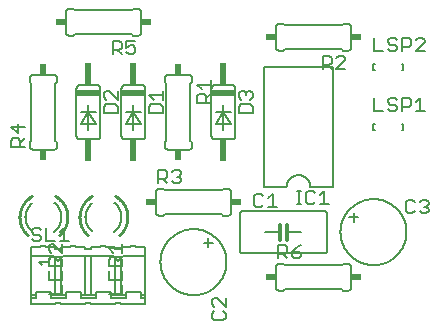
<source format=gbr>
G75*
%MOIN*%
%OFA0B0*%
%FSLAX25Y25*%
%IPPOS*%
%LPD*%
%AMOC8*
5,1,8,0,0,1.08239X$1,22.5*
%
%ADD10C,0.01200*%
%ADD11C,0.00600*%
%ADD12C,0.00500*%
%ADD13R,0.08000X0.02000*%
%ADD14R,0.02000X0.07500*%
%ADD15C,0.01000*%
%ADD16R,0.02400X0.03400*%
%ADD17R,0.03400X0.02400*%
D10*
X0092467Y0032580D02*
X0092467Y0035080D01*
X0092467Y0037580D01*
X0094967Y0037580D02*
X0094967Y0035080D01*
X0094967Y0032580D01*
D11*
X0009667Y0013080D02*
X0009667Y0011080D01*
X0017667Y0011080D01*
X0017667Y0011580D01*
X0019667Y0011580D01*
X0019667Y0011080D01*
X0027667Y0011080D01*
X0027667Y0011580D01*
X0029667Y0011580D01*
X0029667Y0011080D01*
X0037667Y0011080D01*
X0037667Y0011580D01*
X0039667Y0011580D01*
X0039667Y0011080D01*
X0047667Y0011080D01*
X0047667Y0013080D01*
X0047667Y0014080D01*
X0046167Y0014080D01*
X0046167Y0015080D01*
X0041167Y0015080D01*
X0041167Y0014080D01*
X0039667Y0014080D01*
X0039667Y0026580D01*
X0040167Y0027080D02*
X0038667Y0025580D01*
X0037667Y0026580D01*
X0037167Y0027080D01*
X0029667Y0027080D01*
X0029667Y0014080D01*
X0031167Y0014080D01*
X0031167Y0015080D01*
X0036167Y0015080D01*
X0036167Y0014080D01*
X0037667Y0014080D01*
X0037667Y0026580D01*
X0040167Y0027080D02*
X0047667Y0027080D01*
X0047667Y0030080D01*
X0044667Y0030080D01*
X0044667Y0030580D01*
X0042667Y0030580D01*
X0042667Y0030080D01*
X0039667Y0030080D01*
X0039667Y0029580D01*
X0037667Y0029580D01*
X0037667Y0030080D01*
X0034667Y0030080D01*
X0034667Y0030580D01*
X0032667Y0030580D01*
X0032667Y0030080D01*
X0029667Y0030080D01*
X0029667Y0029580D01*
X0027667Y0029580D01*
X0027667Y0030080D01*
X0024667Y0030080D01*
X0024667Y0030580D01*
X0022667Y0030580D01*
X0022667Y0030080D01*
X0019667Y0030080D01*
X0019667Y0029580D01*
X0017667Y0029580D01*
X0017667Y0030080D01*
X0014667Y0030080D01*
X0014667Y0030580D01*
X0012667Y0030580D01*
X0012667Y0030080D01*
X0009667Y0030080D01*
X0009667Y0027080D01*
X0017167Y0027080D01*
X0017667Y0026580D01*
X0017667Y0014080D01*
X0019667Y0014080D01*
X0019667Y0026580D01*
X0020167Y0027080D01*
X0027667Y0027080D01*
X0027667Y0014080D01*
X0029667Y0014080D01*
X0031167Y0014080D02*
X0031167Y0013080D01*
X0026167Y0013080D01*
X0026167Y0014080D01*
X0027667Y0014080D01*
X0026167Y0014080D02*
X0026167Y0015080D01*
X0021167Y0015080D01*
X0021167Y0014080D01*
X0019667Y0014080D01*
X0021167Y0014080D02*
X0021167Y0013080D01*
X0016167Y0013080D01*
X0016167Y0014080D01*
X0017667Y0014080D01*
X0016167Y0014080D02*
X0016167Y0015080D01*
X0011167Y0015080D01*
X0011167Y0014080D01*
X0009667Y0014080D01*
X0009667Y0013080D01*
X0011167Y0013080D01*
X0011167Y0014080D01*
X0009667Y0014080D02*
X0009667Y0027080D01*
X0017667Y0026580D02*
X0018667Y0025580D01*
X0019667Y0026580D01*
X0027667Y0027080D02*
X0029667Y0027080D01*
X0027667Y0040079D02*
X0027669Y0040231D01*
X0027675Y0040382D01*
X0027684Y0040533D01*
X0027698Y0040685D01*
X0027715Y0040835D01*
X0027736Y0040985D01*
X0027761Y0041135D01*
X0027789Y0041284D01*
X0027822Y0041432D01*
X0027858Y0041579D01*
X0027897Y0041726D01*
X0027941Y0041871D01*
X0027988Y0042015D01*
X0028039Y0042158D01*
X0028093Y0042299D01*
X0028151Y0042440D01*
X0028212Y0042578D01*
X0028277Y0042715D01*
X0028346Y0042851D01*
X0028417Y0042984D01*
X0028492Y0043116D01*
X0028571Y0043246D01*
X0028652Y0043373D01*
X0028737Y0043499D01*
X0028825Y0043623D01*
X0028916Y0043744D01*
X0029010Y0043863D01*
X0029108Y0043979D01*
X0029208Y0044093D01*
X0029310Y0044205D01*
X0029416Y0044313D01*
X0029524Y0044419D01*
X0029635Y0044523D01*
X0029749Y0044623D01*
X0029865Y0044721D01*
X0029984Y0044815D01*
X0039667Y0040080D02*
X0039665Y0039926D01*
X0039659Y0039772D01*
X0039649Y0039618D01*
X0039635Y0039464D01*
X0039618Y0039311D01*
X0039596Y0039159D01*
X0039570Y0039007D01*
X0039541Y0038855D01*
X0039507Y0038705D01*
X0039470Y0038555D01*
X0039429Y0038407D01*
X0039384Y0038259D01*
X0039335Y0038113D01*
X0039283Y0037968D01*
X0039227Y0037825D01*
X0039167Y0037682D01*
X0039104Y0037542D01*
X0039037Y0037403D01*
X0038966Y0037266D01*
X0038892Y0037131D01*
X0038815Y0036998D01*
X0038734Y0036866D01*
X0038650Y0036737D01*
X0038562Y0036610D01*
X0038471Y0036486D01*
X0038378Y0036364D01*
X0038280Y0036244D01*
X0038180Y0036127D01*
X0038077Y0036012D01*
X0037971Y0035900D01*
X0037863Y0035791D01*
X0037751Y0035685D01*
X0037637Y0035581D01*
X0037520Y0035481D01*
X0037401Y0035383D01*
X0037279Y0035289D01*
X0037154Y0035198D01*
X0039667Y0040080D02*
X0039665Y0040230D01*
X0039659Y0040381D01*
X0039650Y0040531D01*
X0039637Y0040680D01*
X0039620Y0040830D01*
X0039599Y0040979D01*
X0039575Y0041127D01*
X0039547Y0041275D01*
X0039515Y0041422D01*
X0039480Y0041568D01*
X0039440Y0041713D01*
X0039398Y0041857D01*
X0039351Y0042000D01*
X0039301Y0042142D01*
X0039248Y0042283D01*
X0039191Y0042422D01*
X0039131Y0042560D01*
X0039067Y0042696D01*
X0039000Y0042830D01*
X0038929Y0042963D01*
X0038855Y0043094D01*
X0038778Y0043223D01*
X0038697Y0043350D01*
X0038614Y0043475D01*
X0038527Y0043598D01*
X0038438Y0043719D01*
X0038345Y0043837D01*
X0038249Y0043953D01*
X0038151Y0044067D01*
X0038050Y0044178D01*
X0037945Y0044287D01*
X0037839Y0044392D01*
X0037729Y0044496D01*
X0037617Y0044596D01*
X0037503Y0044694D01*
X0037386Y0044788D01*
X0037267Y0044880D01*
X0027667Y0040080D02*
X0027669Y0039928D01*
X0027675Y0039777D01*
X0027684Y0039626D01*
X0027698Y0039474D01*
X0027715Y0039324D01*
X0027736Y0039174D01*
X0027761Y0039024D01*
X0027789Y0038875D01*
X0027822Y0038727D01*
X0027858Y0038580D01*
X0027897Y0038433D01*
X0027941Y0038288D01*
X0027988Y0038144D01*
X0028039Y0038001D01*
X0028093Y0037860D01*
X0028151Y0037719D01*
X0028212Y0037581D01*
X0028277Y0037444D01*
X0028346Y0037308D01*
X0028417Y0037175D01*
X0028492Y0037043D01*
X0028571Y0036913D01*
X0028652Y0036786D01*
X0028737Y0036660D01*
X0028825Y0036536D01*
X0028916Y0036415D01*
X0029010Y0036296D01*
X0029108Y0036180D01*
X0029208Y0036066D01*
X0029310Y0035954D01*
X0029416Y0035846D01*
X0029524Y0035740D01*
X0029635Y0035636D01*
X0029749Y0035536D01*
X0029865Y0035438D01*
X0029984Y0035344D01*
X0009984Y0044815D02*
X0009865Y0044721D01*
X0009749Y0044623D01*
X0009635Y0044523D01*
X0009524Y0044419D01*
X0009416Y0044313D01*
X0009310Y0044205D01*
X0009208Y0044093D01*
X0009108Y0043979D01*
X0009010Y0043863D01*
X0008916Y0043744D01*
X0008825Y0043623D01*
X0008737Y0043499D01*
X0008652Y0043373D01*
X0008571Y0043246D01*
X0008492Y0043116D01*
X0008417Y0042984D01*
X0008346Y0042851D01*
X0008277Y0042715D01*
X0008212Y0042578D01*
X0008151Y0042440D01*
X0008093Y0042299D01*
X0008039Y0042158D01*
X0007988Y0042015D01*
X0007941Y0041871D01*
X0007897Y0041726D01*
X0007858Y0041579D01*
X0007822Y0041432D01*
X0007789Y0041284D01*
X0007761Y0041135D01*
X0007736Y0040985D01*
X0007715Y0040835D01*
X0007698Y0040685D01*
X0007684Y0040533D01*
X0007675Y0040382D01*
X0007669Y0040231D01*
X0007667Y0040079D01*
X0017267Y0044880D02*
X0017386Y0044788D01*
X0017503Y0044694D01*
X0017617Y0044596D01*
X0017729Y0044496D01*
X0017839Y0044392D01*
X0017945Y0044287D01*
X0018050Y0044178D01*
X0018151Y0044067D01*
X0018249Y0043953D01*
X0018345Y0043837D01*
X0018438Y0043719D01*
X0018527Y0043598D01*
X0018614Y0043475D01*
X0018697Y0043350D01*
X0018778Y0043223D01*
X0018855Y0043094D01*
X0018929Y0042963D01*
X0019000Y0042830D01*
X0019067Y0042696D01*
X0019131Y0042560D01*
X0019191Y0042422D01*
X0019248Y0042283D01*
X0019301Y0042142D01*
X0019351Y0042000D01*
X0019398Y0041857D01*
X0019440Y0041713D01*
X0019480Y0041568D01*
X0019515Y0041422D01*
X0019547Y0041275D01*
X0019575Y0041127D01*
X0019599Y0040979D01*
X0019620Y0040830D01*
X0019637Y0040680D01*
X0019650Y0040531D01*
X0019659Y0040381D01*
X0019665Y0040230D01*
X0019667Y0040080D01*
X0009984Y0035344D02*
X0009865Y0035438D01*
X0009749Y0035536D01*
X0009635Y0035636D01*
X0009524Y0035740D01*
X0009416Y0035846D01*
X0009310Y0035954D01*
X0009208Y0036066D01*
X0009108Y0036180D01*
X0009010Y0036296D01*
X0008916Y0036415D01*
X0008825Y0036536D01*
X0008737Y0036660D01*
X0008652Y0036786D01*
X0008571Y0036913D01*
X0008492Y0037043D01*
X0008417Y0037175D01*
X0008346Y0037308D01*
X0008277Y0037444D01*
X0008212Y0037581D01*
X0008151Y0037719D01*
X0008093Y0037860D01*
X0008039Y0038001D01*
X0007988Y0038144D01*
X0007941Y0038288D01*
X0007897Y0038433D01*
X0007858Y0038580D01*
X0007822Y0038727D01*
X0007789Y0038875D01*
X0007761Y0039024D01*
X0007736Y0039174D01*
X0007715Y0039324D01*
X0007698Y0039474D01*
X0007684Y0039626D01*
X0007675Y0039777D01*
X0007669Y0039928D01*
X0007667Y0040080D01*
X0017154Y0035198D02*
X0017279Y0035289D01*
X0017401Y0035383D01*
X0017520Y0035481D01*
X0017637Y0035581D01*
X0017751Y0035685D01*
X0017863Y0035791D01*
X0017971Y0035900D01*
X0018077Y0036012D01*
X0018180Y0036127D01*
X0018280Y0036244D01*
X0018378Y0036364D01*
X0018471Y0036486D01*
X0018562Y0036610D01*
X0018650Y0036737D01*
X0018734Y0036866D01*
X0018815Y0036998D01*
X0018892Y0037131D01*
X0018966Y0037266D01*
X0019037Y0037403D01*
X0019104Y0037542D01*
X0019167Y0037682D01*
X0019227Y0037825D01*
X0019283Y0037968D01*
X0019335Y0038113D01*
X0019384Y0038259D01*
X0019429Y0038407D01*
X0019470Y0038555D01*
X0019507Y0038705D01*
X0019541Y0038855D01*
X0019570Y0039007D01*
X0019596Y0039159D01*
X0019618Y0039311D01*
X0019635Y0039464D01*
X0019649Y0039618D01*
X0019659Y0039772D01*
X0019665Y0039926D01*
X0019667Y0040080D01*
X0047667Y0027080D02*
X0047667Y0014080D01*
X0047667Y0013080D02*
X0046167Y0013080D01*
X0046167Y0014080D01*
X0041167Y0014080D02*
X0041167Y0013080D01*
X0036167Y0013080D01*
X0036167Y0014080D01*
X0037667Y0014080D02*
X0039667Y0014080D01*
X0052667Y0025080D02*
X0052670Y0025350D01*
X0052680Y0025620D01*
X0052697Y0025889D01*
X0052720Y0026158D01*
X0052750Y0026427D01*
X0052786Y0026694D01*
X0052829Y0026961D01*
X0052878Y0027226D01*
X0052934Y0027490D01*
X0052997Y0027753D01*
X0053065Y0028014D01*
X0053141Y0028273D01*
X0053222Y0028530D01*
X0053310Y0028786D01*
X0053404Y0029039D01*
X0053504Y0029290D01*
X0053611Y0029538D01*
X0053723Y0029783D01*
X0053842Y0030026D01*
X0053966Y0030265D01*
X0054096Y0030502D01*
X0054232Y0030735D01*
X0054374Y0030965D01*
X0054521Y0031191D01*
X0054674Y0031414D01*
X0054832Y0031633D01*
X0054995Y0031848D01*
X0055164Y0032058D01*
X0055338Y0032265D01*
X0055517Y0032467D01*
X0055700Y0032665D01*
X0055889Y0032858D01*
X0056082Y0033047D01*
X0056280Y0033230D01*
X0056482Y0033409D01*
X0056689Y0033583D01*
X0056899Y0033752D01*
X0057114Y0033915D01*
X0057333Y0034073D01*
X0057556Y0034226D01*
X0057782Y0034373D01*
X0058012Y0034515D01*
X0058245Y0034651D01*
X0058482Y0034781D01*
X0058721Y0034905D01*
X0058964Y0035024D01*
X0059209Y0035136D01*
X0059457Y0035243D01*
X0059708Y0035343D01*
X0059961Y0035437D01*
X0060217Y0035525D01*
X0060474Y0035606D01*
X0060733Y0035682D01*
X0060994Y0035750D01*
X0061257Y0035813D01*
X0061521Y0035869D01*
X0061786Y0035918D01*
X0062053Y0035961D01*
X0062320Y0035997D01*
X0062589Y0036027D01*
X0062858Y0036050D01*
X0063127Y0036067D01*
X0063397Y0036077D01*
X0063667Y0036080D01*
X0063937Y0036077D01*
X0064207Y0036067D01*
X0064476Y0036050D01*
X0064745Y0036027D01*
X0065014Y0035997D01*
X0065281Y0035961D01*
X0065548Y0035918D01*
X0065813Y0035869D01*
X0066077Y0035813D01*
X0066340Y0035750D01*
X0066601Y0035682D01*
X0066860Y0035606D01*
X0067117Y0035525D01*
X0067373Y0035437D01*
X0067626Y0035343D01*
X0067877Y0035243D01*
X0068125Y0035136D01*
X0068370Y0035024D01*
X0068613Y0034905D01*
X0068852Y0034781D01*
X0069089Y0034651D01*
X0069322Y0034515D01*
X0069552Y0034373D01*
X0069778Y0034226D01*
X0070001Y0034073D01*
X0070220Y0033915D01*
X0070435Y0033752D01*
X0070645Y0033583D01*
X0070852Y0033409D01*
X0071054Y0033230D01*
X0071252Y0033047D01*
X0071445Y0032858D01*
X0071634Y0032665D01*
X0071817Y0032467D01*
X0071996Y0032265D01*
X0072170Y0032058D01*
X0072339Y0031848D01*
X0072502Y0031633D01*
X0072660Y0031414D01*
X0072813Y0031191D01*
X0072960Y0030965D01*
X0073102Y0030735D01*
X0073238Y0030502D01*
X0073368Y0030265D01*
X0073492Y0030026D01*
X0073611Y0029783D01*
X0073723Y0029538D01*
X0073830Y0029290D01*
X0073930Y0029039D01*
X0074024Y0028786D01*
X0074112Y0028530D01*
X0074193Y0028273D01*
X0074269Y0028014D01*
X0074337Y0027753D01*
X0074400Y0027490D01*
X0074456Y0027226D01*
X0074505Y0026961D01*
X0074548Y0026694D01*
X0074584Y0026427D01*
X0074614Y0026158D01*
X0074637Y0025889D01*
X0074654Y0025620D01*
X0074664Y0025350D01*
X0074667Y0025080D01*
X0074664Y0024810D01*
X0074654Y0024540D01*
X0074637Y0024271D01*
X0074614Y0024002D01*
X0074584Y0023733D01*
X0074548Y0023466D01*
X0074505Y0023199D01*
X0074456Y0022934D01*
X0074400Y0022670D01*
X0074337Y0022407D01*
X0074269Y0022146D01*
X0074193Y0021887D01*
X0074112Y0021630D01*
X0074024Y0021374D01*
X0073930Y0021121D01*
X0073830Y0020870D01*
X0073723Y0020622D01*
X0073611Y0020377D01*
X0073492Y0020134D01*
X0073368Y0019895D01*
X0073238Y0019658D01*
X0073102Y0019425D01*
X0072960Y0019195D01*
X0072813Y0018969D01*
X0072660Y0018746D01*
X0072502Y0018527D01*
X0072339Y0018312D01*
X0072170Y0018102D01*
X0071996Y0017895D01*
X0071817Y0017693D01*
X0071634Y0017495D01*
X0071445Y0017302D01*
X0071252Y0017113D01*
X0071054Y0016930D01*
X0070852Y0016751D01*
X0070645Y0016577D01*
X0070435Y0016408D01*
X0070220Y0016245D01*
X0070001Y0016087D01*
X0069778Y0015934D01*
X0069552Y0015787D01*
X0069322Y0015645D01*
X0069089Y0015509D01*
X0068852Y0015379D01*
X0068613Y0015255D01*
X0068370Y0015136D01*
X0068125Y0015024D01*
X0067877Y0014917D01*
X0067626Y0014817D01*
X0067373Y0014723D01*
X0067117Y0014635D01*
X0066860Y0014554D01*
X0066601Y0014478D01*
X0066340Y0014410D01*
X0066077Y0014347D01*
X0065813Y0014291D01*
X0065548Y0014242D01*
X0065281Y0014199D01*
X0065014Y0014163D01*
X0064745Y0014133D01*
X0064476Y0014110D01*
X0064207Y0014093D01*
X0063937Y0014083D01*
X0063667Y0014080D01*
X0063397Y0014083D01*
X0063127Y0014093D01*
X0062858Y0014110D01*
X0062589Y0014133D01*
X0062320Y0014163D01*
X0062053Y0014199D01*
X0061786Y0014242D01*
X0061521Y0014291D01*
X0061257Y0014347D01*
X0060994Y0014410D01*
X0060733Y0014478D01*
X0060474Y0014554D01*
X0060217Y0014635D01*
X0059961Y0014723D01*
X0059708Y0014817D01*
X0059457Y0014917D01*
X0059209Y0015024D01*
X0058964Y0015136D01*
X0058721Y0015255D01*
X0058482Y0015379D01*
X0058245Y0015509D01*
X0058012Y0015645D01*
X0057782Y0015787D01*
X0057556Y0015934D01*
X0057333Y0016087D01*
X0057114Y0016245D01*
X0056899Y0016408D01*
X0056689Y0016577D01*
X0056482Y0016751D01*
X0056280Y0016930D01*
X0056082Y0017113D01*
X0055889Y0017302D01*
X0055700Y0017495D01*
X0055517Y0017693D01*
X0055338Y0017895D01*
X0055164Y0018102D01*
X0054995Y0018312D01*
X0054832Y0018527D01*
X0054674Y0018746D01*
X0054521Y0018969D01*
X0054374Y0019195D01*
X0054232Y0019425D01*
X0054096Y0019658D01*
X0053966Y0019895D01*
X0053842Y0020134D01*
X0053723Y0020377D01*
X0053611Y0020622D01*
X0053504Y0020870D01*
X0053404Y0021121D01*
X0053310Y0021374D01*
X0053222Y0021630D01*
X0053141Y0021887D01*
X0053065Y0022146D01*
X0052997Y0022407D01*
X0052934Y0022670D01*
X0052878Y0022934D01*
X0052829Y0023199D01*
X0052786Y0023466D01*
X0052750Y0023733D01*
X0052720Y0024002D01*
X0052697Y0024271D01*
X0052680Y0024540D01*
X0052670Y0024810D01*
X0052667Y0025080D01*
X0067167Y0031580D02*
X0068667Y0031580D01*
X0070167Y0031580D01*
X0068667Y0031580D02*
X0068667Y0033080D01*
X0068667Y0031580D02*
X0068667Y0030080D01*
X0079167Y0029080D02*
X0079167Y0041080D01*
X0079169Y0041140D01*
X0079174Y0041201D01*
X0079183Y0041260D01*
X0079196Y0041319D01*
X0079212Y0041378D01*
X0079232Y0041435D01*
X0079255Y0041490D01*
X0079282Y0041545D01*
X0079311Y0041597D01*
X0079344Y0041648D01*
X0079380Y0041697D01*
X0079418Y0041743D01*
X0079460Y0041787D01*
X0079504Y0041829D01*
X0079550Y0041867D01*
X0079599Y0041903D01*
X0079650Y0041936D01*
X0079702Y0041965D01*
X0079757Y0041992D01*
X0079812Y0042015D01*
X0079869Y0042035D01*
X0079928Y0042051D01*
X0079987Y0042064D01*
X0080046Y0042073D01*
X0080107Y0042078D01*
X0080167Y0042080D01*
X0107167Y0042080D01*
X0107227Y0042078D01*
X0107288Y0042073D01*
X0107347Y0042064D01*
X0107406Y0042051D01*
X0107465Y0042035D01*
X0107522Y0042015D01*
X0107577Y0041992D01*
X0107632Y0041965D01*
X0107684Y0041936D01*
X0107735Y0041903D01*
X0107784Y0041867D01*
X0107830Y0041829D01*
X0107874Y0041787D01*
X0107916Y0041743D01*
X0107954Y0041697D01*
X0107990Y0041648D01*
X0108023Y0041597D01*
X0108052Y0041545D01*
X0108079Y0041490D01*
X0108102Y0041435D01*
X0108122Y0041378D01*
X0108138Y0041319D01*
X0108151Y0041260D01*
X0108160Y0041201D01*
X0108165Y0041140D01*
X0108167Y0041080D01*
X0108167Y0029080D01*
X0108165Y0029020D01*
X0108160Y0028959D01*
X0108151Y0028900D01*
X0108138Y0028841D01*
X0108122Y0028782D01*
X0108102Y0028725D01*
X0108079Y0028670D01*
X0108052Y0028615D01*
X0108023Y0028563D01*
X0107990Y0028512D01*
X0107954Y0028463D01*
X0107916Y0028417D01*
X0107874Y0028373D01*
X0107830Y0028331D01*
X0107784Y0028293D01*
X0107735Y0028257D01*
X0107684Y0028224D01*
X0107632Y0028195D01*
X0107577Y0028168D01*
X0107522Y0028145D01*
X0107465Y0028125D01*
X0107406Y0028109D01*
X0107347Y0028096D01*
X0107288Y0028087D01*
X0107227Y0028082D01*
X0107167Y0028080D01*
X0080167Y0028080D01*
X0080107Y0028082D01*
X0080046Y0028087D01*
X0079987Y0028096D01*
X0079928Y0028109D01*
X0079869Y0028125D01*
X0079812Y0028145D01*
X0079757Y0028168D01*
X0079702Y0028195D01*
X0079650Y0028224D01*
X0079599Y0028257D01*
X0079550Y0028293D01*
X0079504Y0028331D01*
X0079460Y0028373D01*
X0079418Y0028417D01*
X0079380Y0028463D01*
X0079344Y0028512D01*
X0079311Y0028563D01*
X0079282Y0028615D01*
X0079255Y0028670D01*
X0079232Y0028725D01*
X0079212Y0028782D01*
X0079196Y0028841D01*
X0079183Y0028900D01*
X0079174Y0028959D01*
X0079169Y0029020D01*
X0079167Y0029080D01*
X0087667Y0035080D02*
X0092467Y0035080D01*
X0094967Y0035080D02*
X0099667Y0035080D01*
X0093667Y0024580D02*
X0092167Y0024580D01*
X0092107Y0024578D01*
X0092046Y0024573D01*
X0091987Y0024564D01*
X0091928Y0024551D01*
X0091869Y0024535D01*
X0091812Y0024515D01*
X0091757Y0024492D01*
X0091702Y0024465D01*
X0091650Y0024436D01*
X0091599Y0024403D01*
X0091550Y0024367D01*
X0091504Y0024329D01*
X0091460Y0024287D01*
X0091418Y0024243D01*
X0091380Y0024197D01*
X0091344Y0024148D01*
X0091311Y0024097D01*
X0091282Y0024045D01*
X0091255Y0023990D01*
X0091232Y0023935D01*
X0091212Y0023878D01*
X0091196Y0023819D01*
X0091183Y0023760D01*
X0091174Y0023701D01*
X0091169Y0023640D01*
X0091167Y0023580D01*
X0091167Y0016580D01*
X0091169Y0016520D01*
X0091174Y0016459D01*
X0091183Y0016400D01*
X0091196Y0016341D01*
X0091212Y0016282D01*
X0091232Y0016225D01*
X0091255Y0016170D01*
X0091282Y0016115D01*
X0091311Y0016063D01*
X0091344Y0016012D01*
X0091380Y0015963D01*
X0091418Y0015917D01*
X0091460Y0015873D01*
X0091504Y0015831D01*
X0091550Y0015793D01*
X0091599Y0015757D01*
X0091650Y0015724D01*
X0091702Y0015695D01*
X0091757Y0015668D01*
X0091812Y0015645D01*
X0091869Y0015625D01*
X0091928Y0015609D01*
X0091987Y0015596D01*
X0092046Y0015587D01*
X0092107Y0015582D01*
X0092167Y0015580D01*
X0093667Y0015580D01*
X0094167Y0016080D01*
X0113167Y0016080D01*
X0113667Y0015580D01*
X0115167Y0015580D01*
X0115227Y0015582D01*
X0115288Y0015587D01*
X0115347Y0015596D01*
X0115406Y0015609D01*
X0115465Y0015625D01*
X0115522Y0015645D01*
X0115577Y0015668D01*
X0115632Y0015695D01*
X0115684Y0015724D01*
X0115735Y0015757D01*
X0115784Y0015793D01*
X0115830Y0015831D01*
X0115874Y0015873D01*
X0115916Y0015917D01*
X0115954Y0015963D01*
X0115990Y0016012D01*
X0116023Y0016063D01*
X0116052Y0016115D01*
X0116079Y0016170D01*
X0116102Y0016225D01*
X0116122Y0016282D01*
X0116138Y0016341D01*
X0116151Y0016400D01*
X0116160Y0016459D01*
X0116165Y0016520D01*
X0116167Y0016580D01*
X0116167Y0023580D01*
X0116165Y0023640D01*
X0116160Y0023701D01*
X0116151Y0023760D01*
X0116138Y0023819D01*
X0116122Y0023878D01*
X0116102Y0023935D01*
X0116079Y0023990D01*
X0116052Y0024045D01*
X0116023Y0024097D01*
X0115990Y0024148D01*
X0115954Y0024197D01*
X0115916Y0024243D01*
X0115874Y0024287D01*
X0115830Y0024329D01*
X0115784Y0024367D01*
X0115735Y0024403D01*
X0115684Y0024436D01*
X0115632Y0024465D01*
X0115577Y0024492D01*
X0115522Y0024515D01*
X0115465Y0024535D01*
X0115406Y0024551D01*
X0115347Y0024564D01*
X0115288Y0024573D01*
X0115227Y0024578D01*
X0115167Y0024580D01*
X0113667Y0024580D01*
X0113167Y0024080D01*
X0094167Y0024080D01*
X0093667Y0024580D01*
X0075167Y0040580D02*
X0073667Y0040580D01*
X0073167Y0041080D01*
X0054167Y0041080D01*
X0053667Y0040580D01*
X0052167Y0040580D01*
X0052107Y0040582D01*
X0052046Y0040587D01*
X0051987Y0040596D01*
X0051928Y0040609D01*
X0051869Y0040625D01*
X0051812Y0040645D01*
X0051757Y0040668D01*
X0051702Y0040695D01*
X0051650Y0040724D01*
X0051599Y0040757D01*
X0051550Y0040793D01*
X0051504Y0040831D01*
X0051460Y0040873D01*
X0051418Y0040917D01*
X0051380Y0040963D01*
X0051344Y0041012D01*
X0051311Y0041063D01*
X0051282Y0041115D01*
X0051255Y0041170D01*
X0051232Y0041225D01*
X0051212Y0041282D01*
X0051196Y0041341D01*
X0051183Y0041400D01*
X0051174Y0041459D01*
X0051169Y0041520D01*
X0051167Y0041580D01*
X0051167Y0048580D01*
X0051169Y0048640D01*
X0051174Y0048701D01*
X0051183Y0048760D01*
X0051196Y0048819D01*
X0051212Y0048878D01*
X0051232Y0048935D01*
X0051255Y0048990D01*
X0051282Y0049045D01*
X0051311Y0049097D01*
X0051344Y0049148D01*
X0051380Y0049197D01*
X0051418Y0049243D01*
X0051460Y0049287D01*
X0051504Y0049329D01*
X0051550Y0049367D01*
X0051599Y0049403D01*
X0051650Y0049436D01*
X0051702Y0049465D01*
X0051757Y0049492D01*
X0051812Y0049515D01*
X0051869Y0049535D01*
X0051928Y0049551D01*
X0051987Y0049564D01*
X0052046Y0049573D01*
X0052107Y0049578D01*
X0052167Y0049580D01*
X0053667Y0049580D01*
X0054167Y0049080D01*
X0073167Y0049080D01*
X0073667Y0049580D01*
X0075167Y0049580D01*
X0075227Y0049578D01*
X0075288Y0049573D01*
X0075347Y0049564D01*
X0075406Y0049551D01*
X0075465Y0049535D01*
X0075522Y0049515D01*
X0075577Y0049492D01*
X0075632Y0049465D01*
X0075684Y0049436D01*
X0075735Y0049403D01*
X0075784Y0049367D01*
X0075830Y0049329D01*
X0075874Y0049287D01*
X0075916Y0049243D01*
X0075954Y0049197D01*
X0075990Y0049148D01*
X0076023Y0049097D01*
X0076052Y0049045D01*
X0076079Y0048990D01*
X0076102Y0048935D01*
X0076122Y0048878D01*
X0076138Y0048819D01*
X0076151Y0048760D01*
X0076160Y0048701D01*
X0076165Y0048640D01*
X0076167Y0048580D01*
X0076167Y0041580D01*
X0076165Y0041520D01*
X0076160Y0041459D01*
X0076151Y0041400D01*
X0076138Y0041341D01*
X0076122Y0041282D01*
X0076102Y0041225D01*
X0076079Y0041170D01*
X0076052Y0041115D01*
X0076023Y0041063D01*
X0075990Y0041012D01*
X0075954Y0040963D01*
X0075916Y0040917D01*
X0075874Y0040873D01*
X0075830Y0040831D01*
X0075784Y0040793D01*
X0075735Y0040757D01*
X0075684Y0040724D01*
X0075632Y0040695D01*
X0075577Y0040668D01*
X0075522Y0040645D01*
X0075465Y0040625D01*
X0075406Y0040609D01*
X0075347Y0040596D01*
X0075288Y0040587D01*
X0075227Y0040582D01*
X0075167Y0040580D01*
X0087167Y0050080D02*
X0094667Y0050080D01*
X0094669Y0050206D01*
X0094675Y0050331D01*
X0094685Y0050456D01*
X0094699Y0050581D01*
X0094716Y0050706D01*
X0094738Y0050830D01*
X0094763Y0050953D01*
X0094793Y0051075D01*
X0094826Y0051196D01*
X0094863Y0051316D01*
X0094903Y0051435D01*
X0094948Y0051552D01*
X0094996Y0051669D01*
X0095048Y0051783D01*
X0095103Y0051896D01*
X0095162Y0052007D01*
X0095224Y0052116D01*
X0095290Y0052223D01*
X0095359Y0052328D01*
X0095431Y0052431D01*
X0095506Y0052532D01*
X0095585Y0052630D01*
X0095667Y0052725D01*
X0095751Y0052818D01*
X0095839Y0052908D01*
X0095929Y0052996D01*
X0096022Y0053080D01*
X0096117Y0053162D01*
X0096215Y0053241D01*
X0096316Y0053316D01*
X0096419Y0053388D01*
X0096524Y0053457D01*
X0096631Y0053523D01*
X0096740Y0053585D01*
X0096851Y0053644D01*
X0096964Y0053699D01*
X0097078Y0053751D01*
X0097195Y0053799D01*
X0097312Y0053844D01*
X0097431Y0053884D01*
X0097551Y0053921D01*
X0097672Y0053954D01*
X0097794Y0053984D01*
X0097917Y0054009D01*
X0098041Y0054031D01*
X0098166Y0054048D01*
X0098291Y0054062D01*
X0098416Y0054072D01*
X0098541Y0054078D01*
X0098667Y0054080D01*
X0098793Y0054078D01*
X0098918Y0054072D01*
X0099043Y0054062D01*
X0099168Y0054048D01*
X0099293Y0054031D01*
X0099417Y0054009D01*
X0099540Y0053984D01*
X0099662Y0053954D01*
X0099783Y0053921D01*
X0099903Y0053884D01*
X0100022Y0053844D01*
X0100139Y0053799D01*
X0100256Y0053751D01*
X0100370Y0053699D01*
X0100483Y0053644D01*
X0100594Y0053585D01*
X0100703Y0053523D01*
X0100810Y0053457D01*
X0100915Y0053388D01*
X0101018Y0053316D01*
X0101119Y0053241D01*
X0101217Y0053162D01*
X0101312Y0053080D01*
X0101405Y0052996D01*
X0101495Y0052908D01*
X0101583Y0052818D01*
X0101667Y0052725D01*
X0101749Y0052630D01*
X0101828Y0052532D01*
X0101903Y0052431D01*
X0101975Y0052328D01*
X0102044Y0052223D01*
X0102110Y0052116D01*
X0102172Y0052007D01*
X0102231Y0051896D01*
X0102286Y0051783D01*
X0102338Y0051669D01*
X0102386Y0051552D01*
X0102431Y0051435D01*
X0102471Y0051316D01*
X0102508Y0051196D01*
X0102541Y0051075D01*
X0102571Y0050953D01*
X0102596Y0050830D01*
X0102618Y0050706D01*
X0102635Y0050581D01*
X0102649Y0050456D01*
X0102659Y0050331D01*
X0102665Y0050206D01*
X0102667Y0050080D01*
X0110167Y0050080D01*
X0110167Y0090080D01*
X0087167Y0090080D01*
X0087167Y0050080D01*
X0076667Y0066080D02*
X0070667Y0066080D01*
X0070607Y0066082D01*
X0070546Y0066087D01*
X0070487Y0066096D01*
X0070428Y0066109D01*
X0070369Y0066125D01*
X0070312Y0066145D01*
X0070257Y0066168D01*
X0070202Y0066195D01*
X0070150Y0066224D01*
X0070099Y0066257D01*
X0070050Y0066293D01*
X0070004Y0066331D01*
X0069960Y0066373D01*
X0069918Y0066417D01*
X0069880Y0066463D01*
X0069844Y0066512D01*
X0069811Y0066563D01*
X0069782Y0066615D01*
X0069755Y0066670D01*
X0069732Y0066725D01*
X0069712Y0066782D01*
X0069696Y0066841D01*
X0069683Y0066900D01*
X0069674Y0066959D01*
X0069669Y0067020D01*
X0069667Y0067080D01*
X0069667Y0083080D01*
X0069669Y0083140D01*
X0069674Y0083201D01*
X0069683Y0083260D01*
X0069696Y0083319D01*
X0069712Y0083378D01*
X0069732Y0083435D01*
X0069755Y0083490D01*
X0069782Y0083545D01*
X0069811Y0083597D01*
X0069844Y0083648D01*
X0069880Y0083697D01*
X0069918Y0083743D01*
X0069960Y0083787D01*
X0070004Y0083829D01*
X0070050Y0083867D01*
X0070099Y0083903D01*
X0070150Y0083936D01*
X0070202Y0083965D01*
X0070257Y0083992D01*
X0070312Y0084015D01*
X0070369Y0084035D01*
X0070428Y0084051D01*
X0070487Y0084064D01*
X0070546Y0084073D01*
X0070607Y0084078D01*
X0070667Y0084080D01*
X0076667Y0084080D01*
X0076727Y0084078D01*
X0076788Y0084073D01*
X0076847Y0084064D01*
X0076906Y0084051D01*
X0076965Y0084035D01*
X0077022Y0084015D01*
X0077077Y0083992D01*
X0077132Y0083965D01*
X0077184Y0083936D01*
X0077235Y0083903D01*
X0077284Y0083867D01*
X0077330Y0083829D01*
X0077374Y0083787D01*
X0077416Y0083743D01*
X0077454Y0083697D01*
X0077490Y0083648D01*
X0077523Y0083597D01*
X0077552Y0083545D01*
X0077579Y0083490D01*
X0077602Y0083435D01*
X0077622Y0083378D01*
X0077638Y0083319D01*
X0077651Y0083260D01*
X0077660Y0083201D01*
X0077665Y0083140D01*
X0077667Y0083080D01*
X0077667Y0067080D01*
X0077665Y0067020D01*
X0077660Y0066959D01*
X0077651Y0066900D01*
X0077638Y0066841D01*
X0077622Y0066782D01*
X0077602Y0066725D01*
X0077579Y0066670D01*
X0077552Y0066615D01*
X0077523Y0066563D01*
X0077490Y0066512D01*
X0077454Y0066463D01*
X0077416Y0066417D01*
X0077374Y0066373D01*
X0077330Y0066331D01*
X0077284Y0066293D01*
X0077235Y0066257D01*
X0077184Y0066224D01*
X0077132Y0066195D01*
X0077077Y0066168D01*
X0077022Y0066145D01*
X0076965Y0066125D01*
X0076906Y0066109D01*
X0076847Y0066096D01*
X0076788Y0066087D01*
X0076727Y0066082D01*
X0076667Y0066080D01*
X0073667Y0069080D02*
X0073667Y0075080D01*
X0071167Y0075080D01*
X0073667Y0075080D02*
X0076167Y0075080D01*
X0073667Y0075080D02*
X0076167Y0071080D01*
X0071167Y0071080D01*
X0073667Y0075080D01*
X0073667Y0077580D01*
X0063167Y0085080D02*
X0062667Y0084580D01*
X0062667Y0065580D01*
X0063167Y0065080D01*
X0063167Y0063580D01*
X0063165Y0063520D01*
X0063160Y0063459D01*
X0063151Y0063400D01*
X0063138Y0063341D01*
X0063122Y0063282D01*
X0063102Y0063225D01*
X0063079Y0063170D01*
X0063052Y0063115D01*
X0063023Y0063063D01*
X0062990Y0063012D01*
X0062954Y0062963D01*
X0062916Y0062917D01*
X0062874Y0062873D01*
X0062830Y0062831D01*
X0062784Y0062793D01*
X0062735Y0062757D01*
X0062684Y0062724D01*
X0062632Y0062695D01*
X0062577Y0062668D01*
X0062522Y0062645D01*
X0062465Y0062625D01*
X0062406Y0062609D01*
X0062347Y0062596D01*
X0062288Y0062587D01*
X0062227Y0062582D01*
X0062167Y0062580D01*
X0055167Y0062580D01*
X0055107Y0062582D01*
X0055046Y0062587D01*
X0054987Y0062596D01*
X0054928Y0062609D01*
X0054869Y0062625D01*
X0054812Y0062645D01*
X0054757Y0062668D01*
X0054702Y0062695D01*
X0054650Y0062724D01*
X0054599Y0062757D01*
X0054550Y0062793D01*
X0054504Y0062831D01*
X0054460Y0062873D01*
X0054418Y0062917D01*
X0054380Y0062963D01*
X0054344Y0063012D01*
X0054311Y0063063D01*
X0054282Y0063115D01*
X0054255Y0063170D01*
X0054232Y0063225D01*
X0054212Y0063282D01*
X0054196Y0063341D01*
X0054183Y0063400D01*
X0054174Y0063459D01*
X0054169Y0063520D01*
X0054167Y0063580D01*
X0054167Y0065080D01*
X0054667Y0065580D01*
X0054667Y0084580D01*
X0054167Y0085080D01*
X0054167Y0086580D01*
X0054169Y0086640D01*
X0054174Y0086701D01*
X0054183Y0086760D01*
X0054196Y0086819D01*
X0054212Y0086878D01*
X0054232Y0086935D01*
X0054255Y0086990D01*
X0054282Y0087045D01*
X0054311Y0087097D01*
X0054344Y0087148D01*
X0054380Y0087197D01*
X0054418Y0087243D01*
X0054460Y0087287D01*
X0054504Y0087329D01*
X0054550Y0087367D01*
X0054599Y0087403D01*
X0054650Y0087436D01*
X0054702Y0087465D01*
X0054757Y0087492D01*
X0054812Y0087515D01*
X0054869Y0087535D01*
X0054928Y0087551D01*
X0054987Y0087564D01*
X0055046Y0087573D01*
X0055107Y0087578D01*
X0055167Y0087580D01*
X0062167Y0087580D01*
X0062227Y0087578D01*
X0062288Y0087573D01*
X0062347Y0087564D01*
X0062406Y0087551D01*
X0062465Y0087535D01*
X0062522Y0087515D01*
X0062577Y0087492D01*
X0062632Y0087465D01*
X0062684Y0087436D01*
X0062735Y0087403D01*
X0062784Y0087367D01*
X0062830Y0087329D01*
X0062874Y0087287D01*
X0062916Y0087243D01*
X0062954Y0087197D01*
X0062990Y0087148D01*
X0063023Y0087097D01*
X0063052Y0087045D01*
X0063079Y0086990D01*
X0063102Y0086935D01*
X0063122Y0086878D01*
X0063138Y0086819D01*
X0063151Y0086760D01*
X0063160Y0086701D01*
X0063165Y0086640D01*
X0063167Y0086580D01*
X0063167Y0085080D01*
X0047667Y0083080D02*
X0047667Y0067080D01*
X0047665Y0067020D01*
X0047660Y0066959D01*
X0047651Y0066900D01*
X0047638Y0066841D01*
X0047622Y0066782D01*
X0047602Y0066725D01*
X0047579Y0066670D01*
X0047552Y0066615D01*
X0047523Y0066563D01*
X0047490Y0066512D01*
X0047454Y0066463D01*
X0047416Y0066417D01*
X0047374Y0066373D01*
X0047330Y0066331D01*
X0047284Y0066293D01*
X0047235Y0066257D01*
X0047184Y0066224D01*
X0047132Y0066195D01*
X0047077Y0066168D01*
X0047022Y0066145D01*
X0046965Y0066125D01*
X0046906Y0066109D01*
X0046847Y0066096D01*
X0046788Y0066087D01*
X0046727Y0066082D01*
X0046667Y0066080D01*
X0040667Y0066080D01*
X0040607Y0066082D01*
X0040546Y0066087D01*
X0040487Y0066096D01*
X0040428Y0066109D01*
X0040369Y0066125D01*
X0040312Y0066145D01*
X0040257Y0066168D01*
X0040202Y0066195D01*
X0040150Y0066224D01*
X0040099Y0066257D01*
X0040050Y0066293D01*
X0040004Y0066331D01*
X0039960Y0066373D01*
X0039918Y0066417D01*
X0039880Y0066463D01*
X0039844Y0066512D01*
X0039811Y0066563D01*
X0039782Y0066615D01*
X0039755Y0066670D01*
X0039732Y0066725D01*
X0039712Y0066782D01*
X0039696Y0066841D01*
X0039683Y0066900D01*
X0039674Y0066959D01*
X0039669Y0067020D01*
X0039667Y0067080D01*
X0039667Y0083080D01*
X0039669Y0083140D01*
X0039674Y0083201D01*
X0039683Y0083260D01*
X0039696Y0083319D01*
X0039712Y0083378D01*
X0039732Y0083435D01*
X0039755Y0083490D01*
X0039782Y0083545D01*
X0039811Y0083597D01*
X0039844Y0083648D01*
X0039880Y0083697D01*
X0039918Y0083743D01*
X0039960Y0083787D01*
X0040004Y0083829D01*
X0040050Y0083867D01*
X0040099Y0083903D01*
X0040150Y0083936D01*
X0040202Y0083965D01*
X0040257Y0083992D01*
X0040312Y0084015D01*
X0040369Y0084035D01*
X0040428Y0084051D01*
X0040487Y0084064D01*
X0040546Y0084073D01*
X0040607Y0084078D01*
X0040667Y0084080D01*
X0046667Y0084080D01*
X0046727Y0084078D01*
X0046788Y0084073D01*
X0046847Y0084064D01*
X0046906Y0084051D01*
X0046965Y0084035D01*
X0047022Y0084015D01*
X0047077Y0083992D01*
X0047132Y0083965D01*
X0047184Y0083936D01*
X0047235Y0083903D01*
X0047284Y0083867D01*
X0047330Y0083829D01*
X0047374Y0083787D01*
X0047416Y0083743D01*
X0047454Y0083697D01*
X0047490Y0083648D01*
X0047523Y0083597D01*
X0047552Y0083545D01*
X0047579Y0083490D01*
X0047602Y0083435D01*
X0047622Y0083378D01*
X0047638Y0083319D01*
X0047651Y0083260D01*
X0047660Y0083201D01*
X0047665Y0083140D01*
X0047667Y0083080D01*
X0043667Y0077580D02*
X0043667Y0075080D01*
X0041167Y0075080D01*
X0043667Y0075080D02*
X0046167Y0075080D01*
X0043667Y0075080D02*
X0046167Y0071080D01*
X0041167Y0071080D01*
X0043667Y0075080D01*
X0043667Y0069080D01*
X0032667Y0067080D02*
X0032667Y0083080D01*
X0032665Y0083140D01*
X0032660Y0083201D01*
X0032651Y0083260D01*
X0032638Y0083319D01*
X0032622Y0083378D01*
X0032602Y0083435D01*
X0032579Y0083490D01*
X0032552Y0083545D01*
X0032523Y0083597D01*
X0032490Y0083648D01*
X0032454Y0083697D01*
X0032416Y0083743D01*
X0032374Y0083787D01*
X0032330Y0083829D01*
X0032284Y0083867D01*
X0032235Y0083903D01*
X0032184Y0083936D01*
X0032132Y0083965D01*
X0032077Y0083992D01*
X0032022Y0084015D01*
X0031965Y0084035D01*
X0031906Y0084051D01*
X0031847Y0084064D01*
X0031788Y0084073D01*
X0031727Y0084078D01*
X0031667Y0084080D01*
X0025667Y0084080D01*
X0025607Y0084078D01*
X0025546Y0084073D01*
X0025487Y0084064D01*
X0025428Y0084051D01*
X0025369Y0084035D01*
X0025312Y0084015D01*
X0025257Y0083992D01*
X0025202Y0083965D01*
X0025150Y0083936D01*
X0025099Y0083903D01*
X0025050Y0083867D01*
X0025004Y0083829D01*
X0024960Y0083787D01*
X0024918Y0083743D01*
X0024880Y0083697D01*
X0024844Y0083648D01*
X0024811Y0083597D01*
X0024782Y0083545D01*
X0024755Y0083490D01*
X0024732Y0083435D01*
X0024712Y0083378D01*
X0024696Y0083319D01*
X0024683Y0083260D01*
X0024674Y0083201D01*
X0024669Y0083140D01*
X0024667Y0083080D01*
X0024667Y0067080D01*
X0024669Y0067020D01*
X0024674Y0066959D01*
X0024683Y0066900D01*
X0024696Y0066841D01*
X0024712Y0066782D01*
X0024732Y0066725D01*
X0024755Y0066670D01*
X0024782Y0066615D01*
X0024811Y0066563D01*
X0024844Y0066512D01*
X0024880Y0066463D01*
X0024918Y0066417D01*
X0024960Y0066373D01*
X0025004Y0066331D01*
X0025050Y0066293D01*
X0025099Y0066257D01*
X0025150Y0066224D01*
X0025202Y0066195D01*
X0025257Y0066168D01*
X0025312Y0066145D01*
X0025369Y0066125D01*
X0025428Y0066109D01*
X0025487Y0066096D01*
X0025546Y0066087D01*
X0025607Y0066082D01*
X0025667Y0066080D01*
X0031667Y0066080D01*
X0031727Y0066082D01*
X0031788Y0066087D01*
X0031847Y0066096D01*
X0031906Y0066109D01*
X0031965Y0066125D01*
X0032022Y0066145D01*
X0032077Y0066168D01*
X0032132Y0066195D01*
X0032184Y0066224D01*
X0032235Y0066257D01*
X0032284Y0066293D01*
X0032330Y0066331D01*
X0032374Y0066373D01*
X0032416Y0066417D01*
X0032454Y0066463D01*
X0032490Y0066512D01*
X0032523Y0066563D01*
X0032552Y0066615D01*
X0032579Y0066670D01*
X0032602Y0066725D01*
X0032622Y0066782D01*
X0032638Y0066841D01*
X0032651Y0066900D01*
X0032660Y0066959D01*
X0032665Y0067020D01*
X0032667Y0067080D01*
X0028667Y0069080D02*
X0028667Y0075080D01*
X0026167Y0075080D01*
X0028667Y0075080D02*
X0031167Y0075080D01*
X0028667Y0075080D02*
X0031167Y0071080D01*
X0026167Y0071080D01*
X0028667Y0075080D01*
X0028667Y0077580D01*
X0018167Y0085080D02*
X0018167Y0086580D01*
X0018165Y0086640D01*
X0018160Y0086701D01*
X0018151Y0086760D01*
X0018138Y0086819D01*
X0018122Y0086878D01*
X0018102Y0086935D01*
X0018079Y0086990D01*
X0018052Y0087045D01*
X0018023Y0087097D01*
X0017990Y0087148D01*
X0017954Y0087197D01*
X0017916Y0087243D01*
X0017874Y0087287D01*
X0017830Y0087329D01*
X0017784Y0087367D01*
X0017735Y0087403D01*
X0017684Y0087436D01*
X0017632Y0087465D01*
X0017577Y0087492D01*
X0017522Y0087515D01*
X0017465Y0087535D01*
X0017406Y0087551D01*
X0017347Y0087564D01*
X0017288Y0087573D01*
X0017227Y0087578D01*
X0017167Y0087580D01*
X0010167Y0087580D01*
X0010107Y0087578D01*
X0010046Y0087573D01*
X0009987Y0087564D01*
X0009928Y0087551D01*
X0009869Y0087535D01*
X0009812Y0087515D01*
X0009757Y0087492D01*
X0009702Y0087465D01*
X0009650Y0087436D01*
X0009599Y0087403D01*
X0009550Y0087367D01*
X0009504Y0087329D01*
X0009460Y0087287D01*
X0009418Y0087243D01*
X0009380Y0087197D01*
X0009344Y0087148D01*
X0009311Y0087097D01*
X0009282Y0087045D01*
X0009255Y0086990D01*
X0009232Y0086935D01*
X0009212Y0086878D01*
X0009196Y0086819D01*
X0009183Y0086760D01*
X0009174Y0086701D01*
X0009169Y0086640D01*
X0009167Y0086580D01*
X0009167Y0085080D01*
X0009667Y0084580D01*
X0009667Y0065580D01*
X0009167Y0065080D01*
X0009167Y0063580D01*
X0009169Y0063520D01*
X0009174Y0063459D01*
X0009183Y0063400D01*
X0009196Y0063341D01*
X0009212Y0063282D01*
X0009232Y0063225D01*
X0009255Y0063170D01*
X0009282Y0063115D01*
X0009311Y0063063D01*
X0009344Y0063012D01*
X0009380Y0062963D01*
X0009418Y0062917D01*
X0009460Y0062873D01*
X0009504Y0062831D01*
X0009550Y0062793D01*
X0009599Y0062757D01*
X0009650Y0062724D01*
X0009702Y0062695D01*
X0009757Y0062668D01*
X0009812Y0062645D01*
X0009869Y0062625D01*
X0009928Y0062609D01*
X0009987Y0062596D01*
X0010046Y0062587D01*
X0010107Y0062582D01*
X0010167Y0062580D01*
X0017167Y0062580D01*
X0017227Y0062582D01*
X0017288Y0062587D01*
X0017347Y0062596D01*
X0017406Y0062609D01*
X0017465Y0062625D01*
X0017522Y0062645D01*
X0017577Y0062668D01*
X0017632Y0062695D01*
X0017684Y0062724D01*
X0017735Y0062757D01*
X0017784Y0062793D01*
X0017830Y0062831D01*
X0017874Y0062873D01*
X0017916Y0062917D01*
X0017954Y0062963D01*
X0017990Y0063012D01*
X0018023Y0063063D01*
X0018052Y0063115D01*
X0018079Y0063170D01*
X0018102Y0063225D01*
X0018122Y0063282D01*
X0018138Y0063341D01*
X0018151Y0063400D01*
X0018160Y0063459D01*
X0018165Y0063520D01*
X0018167Y0063580D01*
X0018167Y0065080D01*
X0017667Y0065580D01*
X0017667Y0084580D01*
X0018167Y0085080D01*
X0022167Y0100580D02*
X0023667Y0100580D01*
X0024167Y0101080D01*
X0043167Y0101080D01*
X0043667Y0100580D01*
X0045167Y0100580D01*
X0045227Y0100582D01*
X0045288Y0100587D01*
X0045347Y0100596D01*
X0045406Y0100609D01*
X0045465Y0100625D01*
X0045522Y0100645D01*
X0045577Y0100668D01*
X0045632Y0100695D01*
X0045684Y0100724D01*
X0045735Y0100757D01*
X0045784Y0100793D01*
X0045830Y0100831D01*
X0045874Y0100873D01*
X0045916Y0100917D01*
X0045954Y0100963D01*
X0045990Y0101012D01*
X0046023Y0101063D01*
X0046052Y0101115D01*
X0046079Y0101170D01*
X0046102Y0101225D01*
X0046122Y0101282D01*
X0046138Y0101341D01*
X0046151Y0101400D01*
X0046160Y0101459D01*
X0046165Y0101520D01*
X0046167Y0101580D01*
X0046167Y0108580D01*
X0046165Y0108640D01*
X0046160Y0108701D01*
X0046151Y0108760D01*
X0046138Y0108819D01*
X0046122Y0108878D01*
X0046102Y0108935D01*
X0046079Y0108990D01*
X0046052Y0109045D01*
X0046023Y0109097D01*
X0045990Y0109148D01*
X0045954Y0109197D01*
X0045916Y0109243D01*
X0045874Y0109287D01*
X0045830Y0109329D01*
X0045784Y0109367D01*
X0045735Y0109403D01*
X0045684Y0109436D01*
X0045632Y0109465D01*
X0045577Y0109492D01*
X0045522Y0109515D01*
X0045465Y0109535D01*
X0045406Y0109551D01*
X0045347Y0109564D01*
X0045288Y0109573D01*
X0045227Y0109578D01*
X0045167Y0109580D01*
X0043667Y0109580D01*
X0043167Y0109080D01*
X0024167Y0109080D01*
X0023667Y0109580D01*
X0022167Y0109580D01*
X0022107Y0109578D01*
X0022046Y0109573D01*
X0021987Y0109564D01*
X0021928Y0109551D01*
X0021869Y0109535D01*
X0021812Y0109515D01*
X0021757Y0109492D01*
X0021702Y0109465D01*
X0021650Y0109436D01*
X0021599Y0109403D01*
X0021550Y0109367D01*
X0021504Y0109329D01*
X0021460Y0109287D01*
X0021418Y0109243D01*
X0021380Y0109197D01*
X0021344Y0109148D01*
X0021311Y0109097D01*
X0021282Y0109045D01*
X0021255Y0108990D01*
X0021232Y0108935D01*
X0021212Y0108878D01*
X0021196Y0108819D01*
X0021183Y0108760D01*
X0021174Y0108701D01*
X0021169Y0108640D01*
X0021167Y0108580D01*
X0021167Y0101580D01*
X0021169Y0101520D01*
X0021174Y0101459D01*
X0021183Y0101400D01*
X0021196Y0101341D01*
X0021212Y0101282D01*
X0021232Y0101225D01*
X0021255Y0101170D01*
X0021282Y0101115D01*
X0021311Y0101063D01*
X0021344Y0101012D01*
X0021380Y0100963D01*
X0021418Y0100917D01*
X0021460Y0100873D01*
X0021504Y0100831D01*
X0021550Y0100793D01*
X0021599Y0100757D01*
X0021650Y0100724D01*
X0021702Y0100695D01*
X0021757Y0100668D01*
X0021812Y0100645D01*
X0021869Y0100625D01*
X0021928Y0100609D01*
X0021987Y0100596D01*
X0022046Y0100587D01*
X0022107Y0100582D01*
X0022167Y0100580D01*
X0091167Y0103580D02*
X0091167Y0096580D01*
X0091169Y0096520D01*
X0091174Y0096459D01*
X0091183Y0096400D01*
X0091196Y0096341D01*
X0091212Y0096282D01*
X0091232Y0096225D01*
X0091255Y0096170D01*
X0091282Y0096115D01*
X0091311Y0096063D01*
X0091344Y0096012D01*
X0091380Y0095963D01*
X0091418Y0095917D01*
X0091460Y0095873D01*
X0091504Y0095831D01*
X0091550Y0095793D01*
X0091599Y0095757D01*
X0091650Y0095724D01*
X0091702Y0095695D01*
X0091757Y0095668D01*
X0091812Y0095645D01*
X0091869Y0095625D01*
X0091928Y0095609D01*
X0091987Y0095596D01*
X0092046Y0095587D01*
X0092107Y0095582D01*
X0092167Y0095580D01*
X0093667Y0095580D01*
X0094167Y0096080D01*
X0113167Y0096080D01*
X0113667Y0095580D01*
X0115167Y0095580D01*
X0115227Y0095582D01*
X0115288Y0095587D01*
X0115347Y0095596D01*
X0115406Y0095609D01*
X0115465Y0095625D01*
X0115522Y0095645D01*
X0115577Y0095668D01*
X0115632Y0095695D01*
X0115684Y0095724D01*
X0115735Y0095757D01*
X0115784Y0095793D01*
X0115830Y0095831D01*
X0115874Y0095873D01*
X0115916Y0095917D01*
X0115954Y0095963D01*
X0115990Y0096012D01*
X0116023Y0096063D01*
X0116052Y0096115D01*
X0116079Y0096170D01*
X0116102Y0096225D01*
X0116122Y0096282D01*
X0116138Y0096341D01*
X0116151Y0096400D01*
X0116160Y0096459D01*
X0116165Y0096520D01*
X0116167Y0096580D01*
X0116167Y0103580D01*
X0116165Y0103640D01*
X0116160Y0103701D01*
X0116151Y0103760D01*
X0116138Y0103819D01*
X0116122Y0103878D01*
X0116102Y0103935D01*
X0116079Y0103990D01*
X0116052Y0104045D01*
X0116023Y0104097D01*
X0115990Y0104148D01*
X0115954Y0104197D01*
X0115916Y0104243D01*
X0115874Y0104287D01*
X0115830Y0104329D01*
X0115784Y0104367D01*
X0115735Y0104403D01*
X0115684Y0104436D01*
X0115632Y0104465D01*
X0115577Y0104492D01*
X0115522Y0104515D01*
X0115465Y0104535D01*
X0115406Y0104551D01*
X0115347Y0104564D01*
X0115288Y0104573D01*
X0115227Y0104578D01*
X0115167Y0104580D01*
X0113667Y0104580D01*
X0113167Y0104080D01*
X0094167Y0104080D01*
X0093667Y0104580D01*
X0092167Y0104580D01*
X0092107Y0104578D01*
X0092046Y0104573D01*
X0091987Y0104564D01*
X0091928Y0104551D01*
X0091869Y0104535D01*
X0091812Y0104515D01*
X0091757Y0104492D01*
X0091702Y0104465D01*
X0091650Y0104436D01*
X0091599Y0104403D01*
X0091550Y0104367D01*
X0091504Y0104329D01*
X0091460Y0104287D01*
X0091418Y0104243D01*
X0091380Y0104197D01*
X0091344Y0104148D01*
X0091311Y0104097D01*
X0091282Y0104045D01*
X0091255Y0103990D01*
X0091232Y0103935D01*
X0091212Y0103878D01*
X0091196Y0103819D01*
X0091183Y0103760D01*
X0091174Y0103701D01*
X0091169Y0103640D01*
X0091167Y0103580D01*
X0123667Y0091080D02*
X0123667Y0089080D01*
X0124167Y0089080D01*
X0124167Y0091080D02*
X0123667Y0091080D01*
X0133167Y0091080D02*
X0133667Y0091080D01*
X0133667Y0089080D01*
X0133167Y0089080D01*
X0133167Y0071080D02*
X0133667Y0071080D01*
X0133667Y0069080D01*
X0133167Y0069080D01*
X0124167Y0069080D02*
X0123667Y0069080D01*
X0123667Y0071080D01*
X0124167Y0071080D01*
X0117167Y0041580D02*
X0117167Y0040080D01*
X0118667Y0040080D01*
X0117167Y0040080D02*
X0117167Y0038580D01*
X0117167Y0040080D02*
X0115667Y0040080D01*
X0112667Y0035080D02*
X0112670Y0035350D01*
X0112680Y0035620D01*
X0112697Y0035889D01*
X0112720Y0036158D01*
X0112750Y0036427D01*
X0112786Y0036694D01*
X0112829Y0036961D01*
X0112878Y0037226D01*
X0112934Y0037490D01*
X0112997Y0037753D01*
X0113065Y0038014D01*
X0113141Y0038273D01*
X0113222Y0038530D01*
X0113310Y0038786D01*
X0113404Y0039039D01*
X0113504Y0039290D01*
X0113611Y0039538D01*
X0113723Y0039783D01*
X0113842Y0040026D01*
X0113966Y0040265D01*
X0114096Y0040502D01*
X0114232Y0040735D01*
X0114374Y0040965D01*
X0114521Y0041191D01*
X0114674Y0041414D01*
X0114832Y0041633D01*
X0114995Y0041848D01*
X0115164Y0042058D01*
X0115338Y0042265D01*
X0115517Y0042467D01*
X0115700Y0042665D01*
X0115889Y0042858D01*
X0116082Y0043047D01*
X0116280Y0043230D01*
X0116482Y0043409D01*
X0116689Y0043583D01*
X0116899Y0043752D01*
X0117114Y0043915D01*
X0117333Y0044073D01*
X0117556Y0044226D01*
X0117782Y0044373D01*
X0118012Y0044515D01*
X0118245Y0044651D01*
X0118482Y0044781D01*
X0118721Y0044905D01*
X0118964Y0045024D01*
X0119209Y0045136D01*
X0119457Y0045243D01*
X0119708Y0045343D01*
X0119961Y0045437D01*
X0120217Y0045525D01*
X0120474Y0045606D01*
X0120733Y0045682D01*
X0120994Y0045750D01*
X0121257Y0045813D01*
X0121521Y0045869D01*
X0121786Y0045918D01*
X0122053Y0045961D01*
X0122320Y0045997D01*
X0122589Y0046027D01*
X0122858Y0046050D01*
X0123127Y0046067D01*
X0123397Y0046077D01*
X0123667Y0046080D01*
X0123937Y0046077D01*
X0124207Y0046067D01*
X0124476Y0046050D01*
X0124745Y0046027D01*
X0125014Y0045997D01*
X0125281Y0045961D01*
X0125548Y0045918D01*
X0125813Y0045869D01*
X0126077Y0045813D01*
X0126340Y0045750D01*
X0126601Y0045682D01*
X0126860Y0045606D01*
X0127117Y0045525D01*
X0127373Y0045437D01*
X0127626Y0045343D01*
X0127877Y0045243D01*
X0128125Y0045136D01*
X0128370Y0045024D01*
X0128613Y0044905D01*
X0128852Y0044781D01*
X0129089Y0044651D01*
X0129322Y0044515D01*
X0129552Y0044373D01*
X0129778Y0044226D01*
X0130001Y0044073D01*
X0130220Y0043915D01*
X0130435Y0043752D01*
X0130645Y0043583D01*
X0130852Y0043409D01*
X0131054Y0043230D01*
X0131252Y0043047D01*
X0131445Y0042858D01*
X0131634Y0042665D01*
X0131817Y0042467D01*
X0131996Y0042265D01*
X0132170Y0042058D01*
X0132339Y0041848D01*
X0132502Y0041633D01*
X0132660Y0041414D01*
X0132813Y0041191D01*
X0132960Y0040965D01*
X0133102Y0040735D01*
X0133238Y0040502D01*
X0133368Y0040265D01*
X0133492Y0040026D01*
X0133611Y0039783D01*
X0133723Y0039538D01*
X0133830Y0039290D01*
X0133930Y0039039D01*
X0134024Y0038786D01*
X0134112Y0038530D01*
X0134193Y0038273D01*
X0134269Y0038014D01*
X0134337Y0037753D01*
X0134400Y0037490D01*
X0134456Y0037226D01*
X0134505Y0036961D01*
X0134548Y0036694D01*
X0134584Y0036427D01*
X0134614Y0036158D01*
X0134637Y0035889D01*
X0134654Y0035620D01*
X0134664Y0035350D01*
X0134667Y0035080D01*
X0134664Y0034810D01*
X0134654Y0034540D01*
X0134637Y0034271D01*
X0134614Y0034002D01*
X0134584Y0033733D01*
X0134548Y0033466D01*
X0134505Y0033199D01*
X0134456Y0032934D01*
X0134400Y0032670D01*
X0134337Y0032407D01*
X0134269Y0032146D01*
X0134193Y0031887D01*
X0134112Y0031630D01*
X0134024Y0031374D01*
X0133930Y0031121D01*
X0133830Y0030870D01*
X0133723Y0030622D01*
X0133611Y0030377D01*
X0133492Y0030134D01*
X0133368Y0029895D01*
X0133238Y0029658D01*
X0133102Y0029425D01*
X0132960Y0029195D01*
X0132813Y0028969D01*
X0132660Y0028746D01*
X0132502Y0028527D01*
X0132339Y0028312D01*
X0132170Y0028102D01*
X0131996Y0027895D01*
X0131817Y0027693D01*
X0131634Y0027495D01*
X0131445Y0027302D01*
X0131252Y0027113D01*
X0131054Y0026930D01*
X0130852Y0026751D01*
X0130645Y0026577D01*
X0130435Y0026408D01*
X0130220Y0026245D01*
X0130001Y0026087D01*
X0129778Y0025934D01*
X0129552Y0025787D01*
X0129322Y0025645D01*
X0129089Y0025509D01*
X0128852Y0025379D01*
X0128613Y0025255D01*
X0128370Y0025136D01*
X0128125Y0025024D01*
X0127877Y0024917D01*
X0127626Y0024817D01*
X0127373Y0024723D01*
X0127117Y0024635D01*
X0126860Y0024554D01*
X0126601Y0024478D01*
X0126340Y0024410D01*
X0126077Y0024347D01*
X0125813Y0024291D01*
X0125548Y0024242D01*
X0125281Y0024199D01*
X0125014Y0024163D01*
X0124745Y0024133D01*
X0124476Y0024110D01*
X0124207Y0024093D01*
X0123937Y0024083D01*
X0123667Y0024080D01*
X0123397Y0024083D01*
X0123127Y0024093D01*
X0122858Y0024110D01*
X0122589Y0024133D01*
X0122320Y0024163D01*
X0122053Y0024199D01*
X0121786Y0024242D01*
X0121521Y0024291D01*
X0121257Y0024347D01*
X0120994Y0024410D01*
X0120733Y0024478D01*
X0120474Y0024554D01*
X0120217Y0024635D01*
X0119961Y0024723D01*
X0119708Y0024817D01*
X0119457Y0024917D01*
X0119209Y0025024D01*
X0118964Y0025136D01*
X0118721Y0025255D01*
X0118482Y0025379D01*
X0118245Y0025509D01*
X0118012Y0025645D01*
X0117782Y0025787D01*
X0117556Y0025934D01*
X0117333Y0026087D01*
X0117114Y0026245D01*
X0116899Y0026408D01*
X0116689Y0026577D01*
X0116482Y0026751D01*
X0116280Y0026930D01*
X0116082Y0027113D01*
X0115889Y0027302D01*
X0115700Y0027495D01*
X0115517Y0027693D01*
X0115338Y0027895D01*
X0115164Y0028102D01*
X0114995Y0028312D01*
X0114832Y0028527D01*
X0114674Y0028746D01*
X0114521Y0028969D01*
X0114374Y0029195D01*
X0114232Y0029425D01*
X0114096Y0029658D01*
X0113966Y0029895D01*
X0113842Y0030134D01*
X0113723Y0030377D01*
X0113611Y0030622D01*
X0113504Y0030870D01*
X0113404Y0031121D01*
X0113310Y0031374D01*
X0113222Y0031630D01*
X0113141Y0031887D01*
X0113065Y0032146D01*
X0112997Y0032407D01*
X0112934Y0032670D01*
X0112878Y0032934D01*
X0112829Y0033199D01*
X0112786Y0033466D01*
X0112750Y0033733D01*
X0112720Y0034002D01*
X0112697Y0034271D01*
X0112680Y0034540D01*
X0112670Y0034810D01*
X0112667Y0035080D01*
D12*
X0108815Y0044330D02*
X0105813Y0044330D01*
X0107314Y0044330D02*
X0107314Y0048833D01*
X0105813Y0047332D01*
X0104211Y0048083D02*
X0103461Y0048833D01*
X0101959Y0048833D01*
X0101209Y0048083D01*
X0101209Y0045080D01*
X0101959Y0044330D01*
X0103461Y0044330D01*
X0104211Y0045080D01*
X0099641Y0044330D02*
X0098140Y0044330D01*
X0098890Y0044330D02*
X0098890Y0048833D01*
X0098140Y0048833D02*
X0099641Y0048833D01*
X0091523Y0043330D02*
X0088521Y0043330D01*
X0090022Y0043330D02*
X0090022Y0047833D01*
X0088521Y0046332D01*
X0086919Y0047083D02*
X0086169Y0047833D01*
X0084667Y0047833D01*
X0083917Y0047083D01*
X0083917Y0044080D01*
X0084667Y0043330D01*
X0086169Y0043330D01*
X0086919Y0044080D01*
X0091917Y0030833D02*
X0094169Y0030833D01*
X0094919Y0030083D01*
X0094919Y0028581D01*
X0094169Y0027831D01*
X0091917Y0027831D01*
X0093418Y0027831D02*
X0094919Y0026330D01*
X0096521Y0027080D02*
X0097271Y0026330D01*
X0098773Y0026330D01*
X0099523Y0027080D01*
X0099523Y0027831D01*
X0098773Y0028581D01*
X0096521Y0028581D01*
X0096521Y0027080D01*
X0096521Y0028581D02*
X0098022Y0030083D01*
X0099523Y0030833D01*
X0091917Y0030833D02*
X0091917Y0026330D01*
X0074417Y0013228D02*
X0074417Y0010226D01*
X0071414Y0013228D01*
X0070663Y0013228D01*
X0069913Y0012478D01*
X0069913Y0010976D01*
X0070663Y0010226D01*
X0070663Y0008624D02*
X0069913Y0007874D01*
X0069913Y0006372D01*
X0070663Y0005622D01*
X0073666Y0005622D01*
X0074417Y0006372D01*
X0074417Y0007874D01*
X0073666Y0008624D01*
X0039917Y0014414D02*
X0039917Y0017416D01*
X0039917Y0019018D02*
X0039917Y0022020D01*
X0037665Y0020519D02*
X0037665Y0019018D01*
X0035413Y0019018D02*
X0039917Y0019018D01*
X0035413Y0019018D02*
X0035413Y0022020D01*
X0035413Y0023622D02*
X0035413Y0025874D01*
X0036163Y0026624D01*
X0039166Y0026624D01*
X0039917Y0025874D01*
X0039917Y0023622D01*
X0035413Y0023622D01*
X0036914Y0028226D02*
X0035413Y0029727D01*
X0039917Y0029727D01*
X0039917Y0028226D02*
X0039917Y0031228D01*
X0022127Y0031930D02*
X0019125Y0031930D01*
X0019917Y0031228D02*
X0019917Y0028226D01*
X0016914Y0031228D01*
X0016163Y0031228D01*
X0015413Y0030477D01*
X0015413Y0028976D01*
X0016163Y0028226D01*
X0016163Y0026624D02*
X0015413Y0025874D01*
X0015413Y0023622D01*
X0019917Y0023622D01*
X0019917Y0025874D01*
X0019166Y0026624D01*
X0016163Y0026624D01*
X0015417Y0026298D02*
X0015417Y0024030D01*
X0015417Y0025164D02*
X0012014Y0025164D01*
X0013148Y0024030D01*
X0015413Y0022020D02*
X0015413Y0019018D01*
X0019917Y0019018D01*
X0019917Y0022020D01*
X0017665Y0020519D02*
X0017665Y0019018D01*
X0019917Y0017416D02*
X0019917Y0014414D01*
X0015413Y0014414D01*
X0035413Y0014414D02*
X0039917Y0014414D01*
X0020626Y0031930D02*
X0020626Y0036433D01*
X0019125Y0034932D01*
X0017523Y0031930D02*
X0014521Y0031930D01*
X0014521Y0036433D01*
X0012919Y0035683D02*
X0012169Y0036433D01*
X0010667Y0036433D01*
X0009917Y0035683D01*
X0009917Y0034932D01*
X0010667Y0034181D01*
X0012169Y0034181D01*
X0012919Y0033431D01*
X0012919Y0032680D01*
X0012169Y0031930D01*
X0010667Y0031930D01*
X0009917Y0032680D01*
X0007417Y0063330D02*
X0002913Y0063330D01*
X0002913Y0065581D01*
X0003663Y0066332D01*
X0005165Y0066332D01*
X0005915Y0065581D01*
X0005915Y0063330D01*
X0005915Y0064831D02*
X0007417Y0066332D01*
X0005165Y0067933D02*
X0005165Y0070936D01*
X0007417Y0070185D02*
X0002913Y0070185D01*
X0005165Y0067933D01*
X0033913Y0074622D02*
X0033913Y0076874D01*
X0034663Y0077624D01*
X0037666Y0077624D01*
X0038417Y0076874D01*
X0038417Y0074622D01*
X0033913Y0074622D01*
X0034663Y0079226D02*
X0033913Y0079976D01*
X0033913Y0081478D01*
X0034663Y0082228D01*
X0035414Y0082228D01*
X0038417Y0079226D01*
X0038417Y0082228D01*
X0048913Y0080727D02*
X0053417Y0080727D01*
X0053417Y0079226D02*
X0053417Y0082228D01*
X0050414Y0079226D02*
X0048913Y0080727D01*
X0049663Y0077624D02*
X0048913Y0076874D01*
X0048913Y0074622D01*
X0053417Y0074622D01*
X0053417Y0076874D01*
X0052666Y0077624D01*
X0049663Y0077624D01*
X0064913Y0078122D02*
X0064913Y0080374D01*
X0065663Y0081124D01*
X0067165Y0081124D01*
X0067915Y0080374D01*
X0067915Y0078122D01*
X0067915Y0079623D02*
X0069417Y0081124D01*
X0069417Y0082726D02*
X0069417Y0085728D01*
X0069417Y0084227D02*
X0064913Y0084227D01*
X0066414Y0082726D01*
X0064913Y0078122D02*
X0069417Y0078122D01*
X0078913Y0076874D02*
X0078913Y0074622D01*
X0083417Y0074622D01*
X0083417Y0076874D01*
X0082666Y0077624D01*
X0079663Y0077624D01*
X0078913Y0076874D01*
X0079663Y0079226D02*
X0078913Y0079976D01*
X0078913Y0081478D01*
X0079663Y0082228D01*
X0080414Y0082228D01*
X0081165Y0081478D01*
X0081915Y0082228D01*
X0082666Y0082228D01*
X0083417Y0081478D01*
X0083417Y0079976D01*
X0082666Y0079226D01*
X0081165Y0080727D02*
X0081165Y0081478D01*
X0106709Y0089330D02*
X0106709Y0093833D01*
X0108961Y0093833D01*
X0109711Y0093083D01*
X0109711Y0091581D01*
X0108961Y0090831D01*
X0106709Y0090831D01*
X0108210Y0090831D02*
X0109711Y0089330D01*
X0111313Y0089330D02*
X0114315Y0092332D01*
X0114315Y0093083D01*
X0113565Y0093833D01*
X0112063Y0093833D01*
X0111313Y0093083D01*
X0111313Y0089330D02*
X0114315Y0089330D01*
X0123917Y0095330D02*
X0126919Y0095330D01*
X0128521Y0096080D02*
X0129271Y0095330D01*
X0130773Y0095330D01*
X0131523Y0096080D01*
X0131523Y0096831D01*
X0130773Y0097581D01*
X0129271Y0097581D01*
X0128521Y0098332D01*
X0128521Y0099083D01*
X0129271Y0099833D01*
X0130773Y0099833D01*
X0131523Y0099083D01*
X0133125Y0099833D02*
X0135376Y0099833D01*
X0136127Y0099083D01*
X0136127Y0097581D01*
X0135376Y0096831D01*
X0133125Y0096831D01*
X0133125Y0095330D02*
X0133125Y0099833D01*
X0137728Y0099083D02*
X0138479Y0099833D01*
X0139980Y0099833D01*
X0140731Y0099083D01*
X0140731Y0098332D01*
X0137728Y0095330D01*
X0140731Y0095330D01*
X0123917Y0095330D02*
X0123917Y0099833D01*
X0123917Y0079833D02*
X0123917Y0075330D01*
X0126919Y0075330D01*
X0128521Y0076080D02*
X0129271Y0075330D01*
X0130773Y0075330D01*
X0131523Y0076080D01*
X0131523Y0076831D01*
X0130773Y0077581D01*
X0129271Y0077581D01*
X0128521Y0078332D01*
X0128521Y0079083D01*
X0129271Y0079833D01*
X0130773Y0079833D01*
X0131523Y0079083D01*
X0133125Y0079833D02*
X0135376Y0079833D01*
X0136127Y0079083D01*
X0136127Y0077581D01*
X0135376Y0076831D01*
X0133125Y0076831D01*
X0133125Y0075330D02*
X0133125Y0079833D01*
X0137728Y0078332D02*
X0139230Y0079833D01*
X0139230Y0075330D01*
X0140731Y0075330D02*
X0137728Y0075330D01*
X0136669Y0045833D02*
X0135167Y0045833D01*
X0134417Y0045083D01*
X0134417Y0042080D01*
X0135167Y0041330D01*
X0136669Y0041330D01*
X0137419Y0042080D01*
X0139021Y0042080D02*
X0139771Y0041330D01*
X0141273Y0041330D01*
X0142023Y0042080D01*
X0142023Y0042831D01*
X0141273Y0043581D01*
X0140522Y0043581D01*
X0141273Y0043581D02*
X0142023Y0044332D01*
X0142023Y0045083D01*
X0141273Y0045833D01*
X0139771Y0045833D01*
X0139021Y0045083D01*
X0137419Y0045083D02*
X0136669Y0045833D01*
X0059523Y0052080D02*
X0058773Y0051330D01*
X0057271Y0051330D01*
X0056521Y0052080D01*
X0054919Y0051330D02*
X0053418Y0052831D01*
X0054169Y0052831D02*
X0051917Y0052831D01*
X0051917Y0051330D02*
X0051917Y0055833D01*
X0054169Y0055833D01*
X0054919Y0055083D01*
X0054919Y0053581D01*
X0054169Y0052831D01*
X0056521Y0055083D02*
X0057271Y0055833D01*
X0058773Y0055833D01*
X0059523Y0055083D01*
X0059523Y0054332D01*
X0058773Y0053581D01*
X0059523Y0052831D01*
X0059523Y0052080D01*
X0058773Y0053581D02*
X0058022Y0053581D01*
X0043565Y0094330D02*
X0042063Y0094330D01*
X0041313Y0095080D01*
X0039711Y0094330D02*
X0038210Y0095831D01*
X0038961Y0095831D02*
X0039711Y0096581D01*
X0039711Y0098083D01*
X0038961Y0098833D01*
X0036709Y0098833D01*
X0036709Y0094330D01*
X0036709Y0095831D02*
X0038961Y0095831D01*
X0041313Y0096581D02*
X0042814Y0097332D01*
X0043565Y0097332D01*
X0044315Y0096581D01*
X0044315Y0095080D01*
X0043565Y0094330D01*
X0041313Y0096581D02*
X0041313Y0098833D01*
X0044315Y0098833D01*
D13*
X0043667Y0081580D03*
X0028667Y0081580D03*
X0073667Y0081580D03*
D14*
X0073667Y0087830D03*
X0043667Y0087830D03*
X0028667Y0087830D03*
X0028667Y0062330D03*
X0043667Y0062330D03*
X0073667Y0062330D03*
D15*
X0029698Y0047026D02*
X0029529Y0046927D01*
X0029363Y0046823D01*
X0029199Y0046716D01*
X0029038Y0046605D01*
X0028880Y0046490D01*
X0028725Y0046371D01*
X0028572Y0046248D01*
X0028423Y0046122D01*
X0028277Y0045992D01*
X0028134Y0045858D01*
X0027994Y0045721D01*
X0027858Y0045581D01*
X0027725Y0045437D01*
X0027596Y0045290D01*
X0027470Y0045140D01*
X0027349Y0044987D01*
X0027230Y0044831D01*
X0027116Y0044672D01*
X0027006Y0044511D01*
X0026900Y0044346D01*
X0026797Y0044180D01*
X0026699Y0044010D01*
X0026605Y0043839D01*
X0026515Y0043665D01*
X0026430Y0043489D01*
X0026348Y0043311D01*
X0026272Y0043131D01*
X0026199Y0042949D01*
X0026131Y0042766D01*
X0026068Y0042581D01*
X0026009Y0042394D01*
X0025955Y0042206D01*
X0025905Y0042017D01*
X0025860Y0041827D01*
X0025820Y0041635D01*
X0025784Y0041443D01*
X0025753Y0041250D01*
X0025727Y0041056D01*
X0025705Y0040861D01*
X0025689Y0040666D01*
X0025677Y0040471D01*
X0025669Y0040275D01*
X0025667Y0040080D01*
X0037432Y0047138D02*
X0037600Y0047045D01*
X0037766Y0046949D01*
X0037930Y0046849D01*
X0038091Y0046744D01*
X0038250Y0046636D01*
X0038406Y0046524D01*
X0038560Y0046408D01*
X0038710Y0046289D01*
X0038858Y0046166D01*
X0039003Y0046040D01*
X0039144Y0045910D01*
X0039283Y0045777D01*
X0039418Y0045640D01*
X0039550Y0045500D01*
X0039678Y0045358D01*
X0039803Y0045212D01*
X0039925Y0045063D01*
X0040043Y0044911D01*
X0040157Y0044757D01*
X0040267Y0044599D01*
X0040374Y0044440D01*
X0040477Y0044277D01*
X0040576Y0044112D01*
X0040671Y0043945D01*
X0040761Y0043776D01*
X0040848Y0043605D01*
X0040931Y0043431D01*
X0041009Y0043256D01*
X0041083Y0043078D01*
X0041153Y0042899D01*
X0041219Y0042719D01*
X0041280Y0042537D01*
X0041337Y0042353D01*
X0041389Y0042168D01*
X0041437Y0041982D01*
X0041481Y0041795D01*
X0041520Y0041607D01*
X0041554Y0041418D01*
X0041584Y0041228D01*
X0041609Y0041038D01*
X0041630Y0040847D01*
X0041646Y0040655D01*
X0041658Y0040463D01*
X0041665Y0040271D01*
X0041667Y0040079D01*
X0028499Y0033972D02*
X0028353Y0034099D01*
X0028211Y0034228D01*
X0028071Y0034362D01*
X0027935Y0034498D01*
X0027802Y0034638D01*
X0027672Y0034781D01*
X0027546Y0034928D01*
X0027424Y0035077D01*
X0027305Y0035229D01*
X0027190Y0035384D01*
X0027078Y0035541D01*
X0026971Y0035701D01*
X0026867Y0035864D01*
X0026768Y0036030D01*
X0026672Y0036197D01*
X0026580Y0036367D01*
X0026493Y0036539D01*
X0026409Y0036713D01*
X0026330Y0036889D01*
X0026256Y0037067D01*
X0026185Y0037247D01*
X0026119Y0037428D01*
X0026057Y0037611D01*
X0026000Y0037795D01*
X0025947Y0037981D01*
X0025899Y0038168D01*
X0025855Y0038356D01*
X0025816Y0038545D01*
X0025781Y0038735D01*
X0025751Y0038925D01*
X0025725Y0039116D01*
X0025704Y0039308D01*
X0025688Y0039501D01*
X0025676Y0039693D01*
X0025669Y0039886D01*
X0025667Y0040079D01*
X0038789Y0033933D02*
X0038937Y0034060D01*
X0039082Y0034190D01*
X0039223Y0034323D01*
X0039362Y0034460D01*
X0039497Y0034600D01*
X0039628Y0034744D01*
X0039756Y0034891D01*
X0039881Y0035040D01*
X0040002Y0035193D01*
X0040119Y0035348D01*
X0040232Y0035507D01*
X0040341Y0035668D01*
X0040446Y0035832D01*
X0040548Y0035998D01*
X0040645Y0036167D01*
X0040738Y0036337D01*
X0040827Y0036511D01*
X0040912Y0036686D01*
X0040992Y0036863D01*
X0041068Y0037042D01*
X0041140Y0037223D01*
X0041207Y0037406D01*
X0041270Y0037590D01*
X0041328Y0037776D01*
X0041382Y0037963D01*
X0041431Y0038151D01*
X0041476Y0038341D01*
X0041516Y0038531D01*
X0041551Y0038723D01*
X0041582Y0038915D01*
X0041608Y0039108D01*
X0041629Y0039302D01*
X0041646Y0039496D01*
X0041658Y0039690D01*
X0041665Y0039884D01*
X0041667Y0040079D01*
X0009698Y0047026D02*
X0009529Y0046927D01*
X0009363Y0046823D01*
X0009199Y0046716D01*
X0009038Y0046605D01*
X0008880Y0046490D01*
X0008725Y0046371D01*
X0008572Y0046248D01*
X0008423Y0046122D01*
X0008277Y0045992D01*
X0008134Y0045858D01*
X0007994Y0045721D01*
X0007858Y0045581D01*
X0007725Y0045437D01*
X0007596Y0045290D01*
X0007470Y0045140D01*
X0007349Y0044987D01*
X0007230Y0044831D01*
X0007116Y0044672D01*
X0007006Y0044511D01*
X0006900Y0044346D01*
X0006797Y0044180D01*
X0006699Y0044010D01*
X0006605Y0043839D01*
X0006515Y0043665D01*
X0006430Y0043489D01*
X0006348Y0043311D01*
X0006272Y0043131D01*
X0006199Y0042949D01*
X0006131Y0042766D01*
X0006068Y0042581D01*
X0006009Y0042394D01*
X0005955Y0042206D01*
X0005905Y0042017D01*
X0005860Y0041827D01*
X0005820Y0041635D01*
X0005784Y0041443D01*
X0005753Y0041250D01*
X0005727Y0041056D01*
X0005705Y0040861D01*
X0005689Y0040666D01*
X0005677Y0040471D01*
X0005669Y0040275D01*
X0005667Y0040080D01*
X0017432Y0047138D02*
X0017600Y0047045D01*
X0017766Y0046949D01*
X0017930Y0046849D01*
X0018091Y0046744D01*
X0018250Y0046636D01*
X0018406Y0046524D01*
X0018560Y0046408D01*
X0018710Y0046289D01*
X0018858Y0046166D01*
X0019003Y0046040D01*
X0019144Y0045910D01*
X0019283Y0045777D01*
X0019418Y0045640D01*
X0019550Y0045500D01*
X0019678Y0045358D01*
X0019803Y0045212D01*
X0019925Y0045063D01*
X0020043Y0044911D01*
X0020157Y0044757D01*
X0020267Y0044599D01*
X0020374Y0044440D01*
X0020477Y0044277D01*
X0020576Y0044112D01*
X0020671Y0043945D01*
X0020761Y0043776D01*
X0020848Y0043605D01*
X0020931Y0043431D01*
X0021009Y0043256D01*
X0021083Y0043078D01*
X0021153Y0042899D01*
X0021219Y0042719D01*
X0021280Y0042537D01*
X0021337Y0042353D01*
X0021389Y0042168D01*
X0021437Y0041982D01*
X0021481Y0041795D01*
X0021520Y0041607D01*
X0021554Y0041418D01*
X0021584Y0041228D01*
X0021609Y0041038D01*
X0021630Y0040847D01*
X0021646Y0040655D01*
X0021658Y0040463D01*
X0021665Y0040271D01*
X0021667Y0040079D01*
X0008499Y0033972D02*
X0008353Y0034099D01*
X0008211Y0034228D01*
X0008071Y0034362D01*
X0007935Y0034498D01*
X0007802Y0034638D01*
X0007672Y0034781D01*
X0007546Y0034928D01*
X0007424Y0035077D01*
X0007305Y0035229D01*
X0007190Y0035384D01*
X0007078Y0035541D01*
X0006971Y0035701D01*
X0006867Y0035864D01*
X0006768Y0036030D01*
X0006672Y0036197D01*
X0006580Y0036367D01*
X0006493Y0036539D01*
X0006409Y0036713D01*
X0006330Y0036889D01*
X0006256Y0037067D01*
X0006185Y0037247D01*
X0006119Y0037428D01*
X0006057Y0037611D01*
X0006000Y0037795D01*
X0005947Y0037981D01*
X0005899Y0038168D01*
X0005855Y0038356D01*
X0005816Y0038545D01*
X0005781Y0038735D01*
X0005751Y0038925D01*
X0005725Y0039116D01*
X0005704Y0039308D01*
X0005688Y0039501D01*
X0005676Y0039693D01*
X0005669Y0039886D01*
X0005667Y0040079D01*
X0018789Y0033933D02*
X0018937Y0034060D01*
X0019082Y0034190D01*
X0019223Y0034323D01*
X0019362Y0034460D01*
X0019497Y0034600D01*
X0019628Y0034744D01*
X0019756Y0034891D01*
X0019881Y0035040D01*
X0020002Y0035193D01*
X0020119Y0035348D01*
X0020232Y0035507D01*
X0020341Y0035668D01*
X0020446Y0035832D01*
X0020548Y0035998D01*
X0020645Y0036167D01*
X0020738Y0036337D01*
X0020827Y0036511D01*
X0020912Y0036686D01*
X0020992Y0036863D01*
X0021068Y0037042D01*
X0021140Y0037223D01*
X0021207Y0037406D01*
X0021270Y0037590D01*
X0021328Y0037776D01*
X0021382Y0037963D01*
X0021431Y0038151D01*
X0021476Y0038341D01*
X0021516Y0038531D01*
X0021551Y0038723D01*
X0021582Y0038915D01*
X0021608Y0039108D01*
X0021629Y0039302D01*
X0021646Y0039496D01*
X0021658Y0039690D01*
X0021665Y0039884D01*
X0021667Y0040079D01*
D16*
X0013667Y0060880D03*
X0013667Y0089280D03*
X0058667Y0089280D03*
X0058667Y0060880D03*
D17*
X0049467Y0045080D03*
X0077867Y0045080D03*
X0089467Y0020080D03*
X0117867Y0020080D03*
X0117867Y0100080D03*
X0089467Y0100080D03*
X0047867Y0105080D03*
X0019467Y0105080D03*
M02*

</source>
